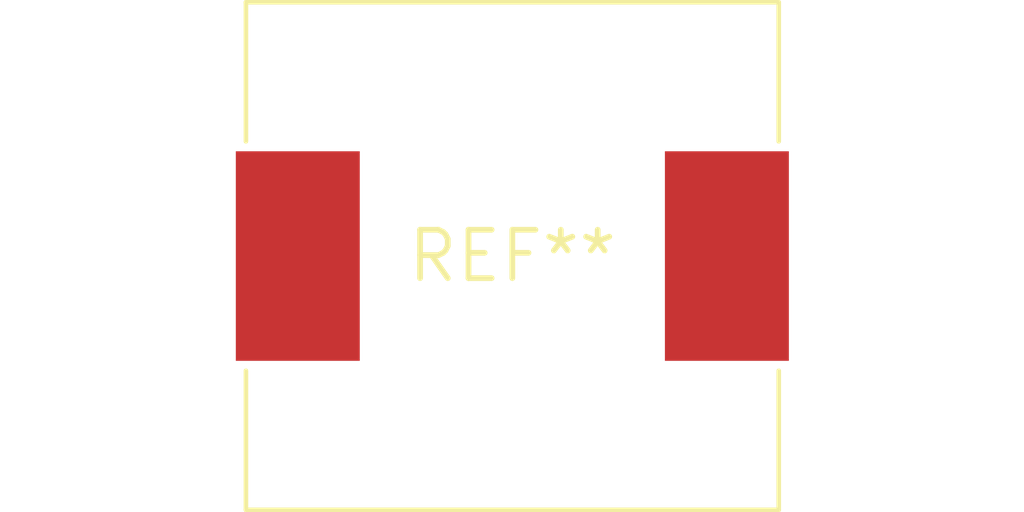
<source format=kicad_pcb>
(kicad_pcb (version 20240108) (generator pcbnew)
  (layers (0 "F.Cu" signal) (31 "B.Cu" signal) (34 "B.Paste" user) (35 "F.Paste" user) (36 "B.SilkS" user "B.Silkscreen") (37 "F.SilkS" user "F.Silkscreen") (38 "B.Mask" user) (39 "F.Mask" user) (44 "Edge.Cuts" user))
  (net 0 "")
  (footprint "L_Sunlord_MWSA1204S-220" (layer "F.Cu") (at 0 0)
    (property "Reference" "REF**")
    (property "Value" "L_Sunlord_MWSA1204S-220")
    (fp_line (start -6.985 -6.66) (end -6.985 -3.01) (layer "F.SilkS") (stroke (width 0.12)))
    (fp_line (start -6.985 -6.66) (end 6.985 -6.66) (layer "F.SilkS") (stroke (width 0.12)))
    (fp_line (start -6.985 6.66) (end -6.985 3.01) (layer "F.SilkS") (stroke (width 0.12)))
    (fp_line (start -6.985 6.66) (end 6.985 6.66) (layer "F.SilkS") (stroke (width 0.12)))
    (fp_line (start 6.985 -6.66) (end 6.985 -3.01) (layer "F.SilkS") (stroke (width 0.12)))
    (fp_line (start 6.985 6.66) (end 6.985 3.01) (layer "F.SilkS") (stroke (width 0.12)))
    (pad "1" smd rect (at -5.625 0) (size 3.25 5.5) (layers "F.Cu" "F.Paste" "F.Mask"))
    (pad "2" smd rect (at 5.625 0) (size 3.25 5.5) (layers "F.Cu" "F.Paste" "F.Mask"))
  )
)
</source>
